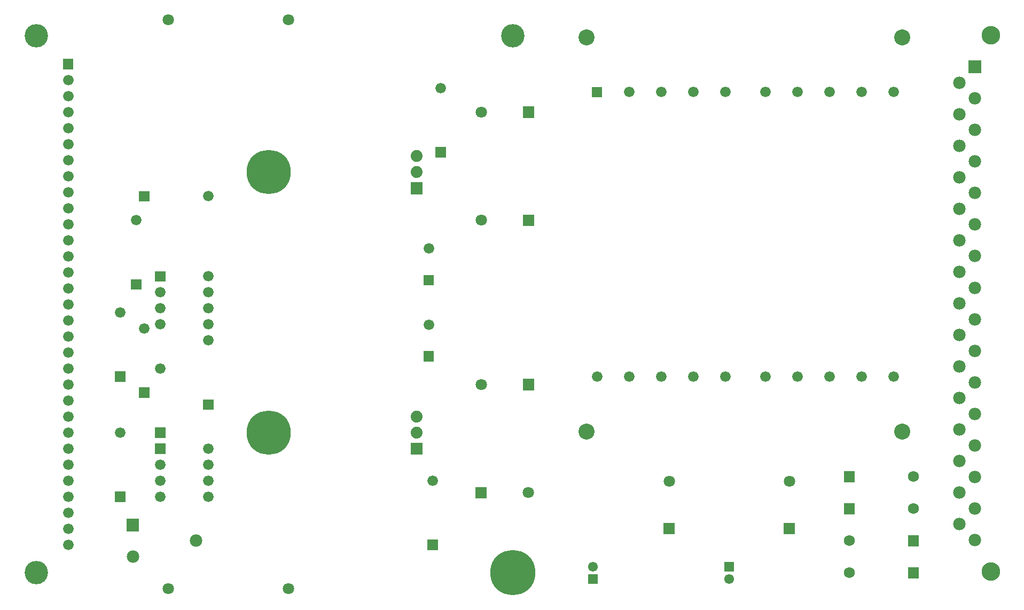
<source format=gbs>
G04 start of page 8 for group -4062 idx -4062 *
G04 Title: 31.003.00.01.01.pcb, soldermask *
G04 Creator: pcb 4.2.2 *
G04 CreationDate: Sun Jan  3 11:16:11 2021 UTC *
G04 For: bert *
G04 Format: Gerber/RS-274X *
G04 PCB-Dimensions (mil): 7874.02 5511.81 *
G04 PCB-Coordinate-Origin: lower left *
%MOIN*%
%FSLAX25Y25*%
%LNGBS*%
%ADD86C,0.1160*%
%ADD85C,0.1000*%
%ADD84C,0.2760*%
%ADD83C,0.0740*%
%ADD82C,0.0660*%
%ADD81C,0.0680*%
%ADD80C,0.0610*%
%ADD79C,0.0780*%
%ADD78C,0.0710*%
%ADD77C,0.2820*%
%ADD76C,0.1460*%
%ADD75C,0.0001*%
G54D75*G36*
X261700Y206981D02*Y200381D01*
X268300D01*
Y206981D01*
X261700D01*
G37*
G54D76*X17500Y186181D03*
G54D77*X315000D03*
G54D78*X175000Y176181D03*
X100000D03*
G54D79*X77815Y196338D03*
G54D75*G36*
X446950Y193167D02*Y187067D01*
X453050D01*
Y193167D01*
X446950D01*
G37*
G54D80*X450000Y182245D03*
G54D75*G36*
X561600Y189581D02*Y182781D01*
X568400D01*
Y189581D01*
X561600D01*
G37*
G54D81*X525000Y186181D03*
G54D75*G36*
X361950Y185295D02*Y179195D01*
X368050D01*
Y185295D01*
X361950D01*
G37*
G54D80*X365000Y190117D03*
G54D82*X37500Y203681D03*
G54D75*G36*
X251300Y267381D02*Y259981D01*
X258700D01*
Y267381D01*
X251300D01*
G37*
G54D83*X255000Y273681D03*
Y283681D03*
G54D75*G36*
X259200Y324639D02*Y318039D01*
X265800D01*
Y324639D01*
X259200D01*
G37*
G54D82*X262500Y341023D03*
G54D75*G36*
X259200Y372139D02*Y365539D01*
X265800D01*
Y372139D01*
X259200D01*
G37*
G54D82*X262500Y388523D03*
G54D75*G36*
X66700Y236981D02*Y230381D01*
X73300D01*
Y236981D01*
X66700D01*
G37*
G36*
X73915Y219923D02*Y212123D01*
X81715D01*
Y219923D01*
X73915D01*
G37*
G36*
X66700Y311981D02*Y305381D01*
X73300D01*
Y311981D01*
X66700D01*
G37*
G54D82*X37500Y303681D03*
Y293681D03*
Y283681D03*
Y273681D03*
Y263681D03*
Y253681D03*
Y243681D03*
Y233681D03*
Y223681D03*
Y213681D03*
G54D75*G36*
X91700Y276981D02*Y270381D01*
X98300D01*
Y276981D01*
X91700D01*
G37*
G36*
Y266981D02*Y260381D01*
X98300D01*
Y266981D01*
X91700D01*
G37*
G54D82*X95000Y253681D03*
Y243681D03*
Y233681D03*
X70000Y273681D03*
G54D84*X162500D03*
G54D82*X125000Y233681D03*
Y243681D03*
Y253681D03*
Y263681D03*
G54D79*X117185Y206181D03*
G54D82*X265000Y243681D03*
G54D75*G36*
X291687Y239731D02*Y232631D01*
X298787D01*
Y239731D01*
X291687D01*
G37*
G36*
X408950Y217468D02*Y210368D01*
X416050D01*
Y217468D01*
X408950D01*
G37*
G36*
X483950D02*Y210368D01*
X491050D01*
Y217468D01*
X483950D01*
G37*
G36*
X521600Y229581D02*Y222781D01*
X528400D01*
Y229581D01*
X521600D01*
G37*
G54D81*X525000Y206181D03*
X565000Y226181D03*
G54D75*G36*
X561600Y209581D02*Y202781D01*
X568400D01*
Y209581D01*
X561600D01*
G37*
G54D78*X324763Y236181D03*
G54D85*X361000Y274181D03*
G54D78*X412500Y243444D03*
G54D82*X447500Y308681D03*
X427500D03*
X407500D03*
X387500D03*
X367500D03*
G54D75*G36*
X321213Y307231D02*Y300131D01*
X328313D01*
Y307231D01*
X321213D01*
G37*
G54D78*X295237Y303681D03*
G54D82*X552500Y308681D03*
X532500D03*
X512500D03*
X492500D03*
X472500D03*
G54D85*X558000Y274181D03*
G54D78*X487500Y243444D03*
G54D75*G36*
X521600Y249581D02*Y242781D01*
X528400D01*
Y249581D01*
X521600D01*
G37*
G54D81*X565000Y246181D03*
G54D85*X558000Y520181D03*
G54D82*X532500Y486181D03*
X552500D03*
X447500D03*
X472500D03*
X492500D03*
X512500D03*
G54D75*G36*
X599445Y505869D02*Y498069D01*
X607245D01*
Y505869D01*
X599445D01*
G37*
G54D79*X593503Y492127D03*
X603345Y482284D03*
X593503Y472442D03*
G54D86*X613188Y521654D03*
G54D79*X603345Y462599D03*
X593503Y452756D03*
Y433071D03*
Y413386D03*
X603345Y442914D03*
Y423229D03*
Y403544D03*
Y383859D03*
Y364174D03*
X593503Y393701D03*
Y374016D03*
Y354332D03*
X603345Y344489D03*
Y324804D03*
Y305119D03*
Y285434D03*
X593503Y334647D03*
Y314962D03*
Y295276D03*
Y275591D03*
X603345Y265749D03*
Y246064D03*
Y226379D03*
Y206694D03*
G54D86*X613188Y187008D03*
G54D79*X593503Y255906D03*
Y236221D03*
Y216536D03*
G54D75*G36*
X321213Y409731D02*Y402631D01*
X328313D01*
Y409731D01*
X321213D01*
G37*
G54D78*X295237Y406181D03*
G54D85*X361000Y520181D03*
G54D75*G36*
X364200Y489481D02*Y482881D01*
X370800D01*
Y489481D01*
X364200D01*
G37*
G54D82*X387500Y486181D03*
X407500D03*
X427500D03*
G54D76*X315000Y521181D03*
G54D75*G36*
X321213Y477231D02*Y470131D01*
X328313D01*
Y477231D01*
X321213D01*
G37*
G54D78*X295237Y473681D03*
X175000Y531181D03*
G54D75*G36*
X251300Y429881D02*Y422481D01*
X258700D01*
Y429881D01*
X251300D01*
G37*
G54D83*X255000Y436181D03*
Y446181D03*
G54D75*G36*
X266700Y451981D02*Y445381D01*
X273300D01*
Y451981D01*
X266700D01*
G37*
G54D82*X270000Y488681D03*
G54D84*X162500Y436181D03*
G54D75*G36*
X76700Y369481D02*Y362881D01*
X83300D01*
Y369481D01*
X76700D01*
G37*
G54D82*X80000Y406181D03*
G54D75*G36*
X81700Y424481D02*Y417881D01*
X88300D01*
Y424481D01*
X81700D01*
G37*
G36*
X91700Y374481D02*Y367881D01*
X98300D01*
Y374481D01*
X91700D01*
G37*
G54D82*X95000Y361181D03*
G54D75*G36*
X121700Y294481D02*Y287881D01*
X128300D01*
Y294481D01*
X121700D01*
G37*
G54D82*X125000Y331181D03*
G54D75*G36*
X81700Y301981D02*Y295381D01*
X88300D01*
Y301981D01*
X81700D01*
G37*
G54D82*X95000Y313681D03*
X125000Y341181D03*
Y351181D03*
X85000Y338681D03*
X95000Y351181D03*
Y341181D03*
X125000Y421181D03*
Y361181D03*
Y371181D03*
X70000Y348681D03*
G54D76*X17500Y521181D03*
G54D78*X100000Y531181D03*
G54D75*G36*
X34200Y506981D02*Y500381D01*
X40800D01*
Y506981D01*
X34200D01*
G37*
G54D82*X37500Y493681D03*
Y483681D03*
Y473681D03*
Y463681D03*
Y453681D03*
Y443681D03*
Y433681D03*
Y423681D03*
Y413681D03*
Y403681D03*
Y393681D03*
Y383681D03*
Y373681D03*
Y363681D03*
Y353681D03*
Y343681D03*
Y333681D03*
Y323681D03*
Y313681D03*
M02*

</source>
